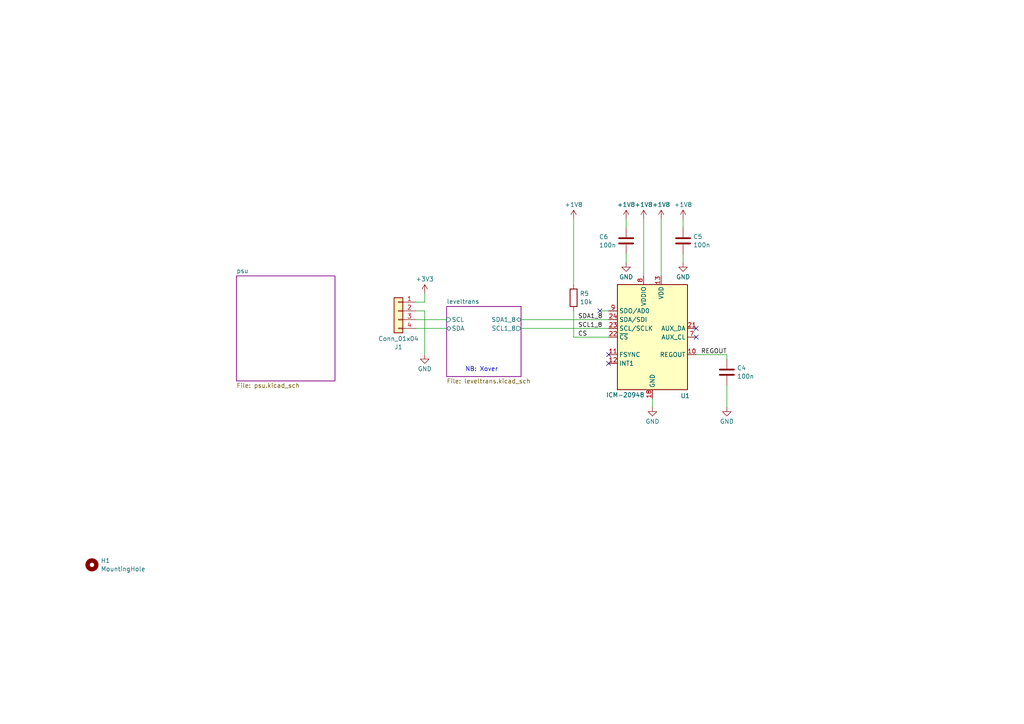
<source format=kicad_sch>
(kicad_sch (version 20231120) (generator "eeschema") (generator_version "7.99")
  (paper "A4")
  (lib_symbols
    (symbol "Connector_Generic:Conn_01x04" (pin_names (offset 1.016) hide)
      (property "Reference" "J" (at 0 5.08 0))
      (property "Value" "Conn_01x04" (at 0 -7.62 0))
      (symbol "Conn_01x04_1_1"
        (rectangle (start -1.27 -4.953) (end 0 -5.207) (stroke (width 0.1524)))
        (rectangle (start -1.27 -2.413) (end 0 -2.667) (stroke (width 0.1524)))
        (rectangle (start -1.27 0.127) (end 0 -0.127) (stroke (width 0.1524)))
        (rectangle (start -1.27 2.667) (end 0 2.413) (stroke (width 0.1524)))
        (rectangle (start -1.27 3.81) (end 1.27 -6.35) (stroke (width 0.254)) (fill (type background)))
        (pin passive line (at -5.08 2.54 0) (length 3.81) (name "Pin_1") (number "1"))
        (pin passive line (at -5.08 0 0) (length 3.81) (name "Pin_2") (number "2"))
        (pin passive line (at -5.08 -2.54 0) (length 3.81) (name "Pin_3") (number "3"))
        (pin passive line (at -5.08 -5.08 0) (length 3.81) (name "Pin_4") (number "4"))
      )
    )
    (symbol "Device:C" (pin_numbers hide) (pin_names (offset 0.254))
      (property "Reference" "C" (at 0.635 2.54 0))
      (property "Value" "C" (at 0.635 -2.54 0))
      (symbol "C_0_1"
        (polyline (pts (xy -2.032 -0.762) (xy 2.032 -0.762)) (stroke (width 0.508)))
        (polyline (pts (xy -2.032 0.762) (xy 2.032 0.762)) (stroke (width 0.508)))
      )
      (symbol "C_1_1"
        (pin passive line (at 0 3.81 270) (length 2.794) (name "~") (number "1"))
        (pin passive line (at 0 -3.81 90) (length 2.794) (name "~") (number "2"))
      )
    )
    (symbol "Device:R" (pin_numbers hide) (pin_names (offset 0))
      (property "Reference" "R" (at 2.032 0 90))
      (property "Value" "R" (at 0 0 90))
      (symbol "R_0_1"
        (rectangle (start -1.016 -2.54) (end 1.016 2.54) (stroke (width 0.254)))
      )
      (symbol "R_1_1"
        (pin passive line (at 0 3.81 270) (length 1.27) (name "~") (number "1"))
        (pin passive line (at 0 -3.81 90) (length 1.27) (name "~") (number "2"))
      )
    )
    (symbol "Mechanical:MountingHole" (pin_names (offset 1.016))
      (property "Reference" "H" (at 0 5.08 0))
      (property "Value" "MountingHole" (at 0 3.175 0))
      (symbol "MountingHole_0_1"
        (circle (center 0 0) (radius 1.27) (stroke (width 1.27)))
      )
    )
    (symbol "Sensor_Motion:ICM-20948"
      (property "Reference" "U" (at -11.43 16.51 0))
      (property "Value" "ICM-20948" (at 7.62 -16.51 0))
      (symbol "ICM-20948_0_1"
        (rectangle (start -10.16 15.24) (end 10.16 -15.24) (stroke (width 0.254)) (fill (type background)))
      )
      (symbol "ICM-20948_1_1"
        (pin no_connect line (at -10.16 12.7 0) (length 2.54) hide (name "NC") (number "1"))
        (pin passive line (at 12.7 -5.08 180) (length 2.54) (name "REGOUT") (number "10"))
        (pin input line (at -12.7 -5.08 0) (length 2.54) (name "FSYNC") (number "11"))
        (pin output line (at -12.7 -7.62 0) (length 2.54) (name "INT1") (number "12"))
        (pin power_in line (at 2.54 17.78 270) (length 2.54) (name "VDD") (number "13"))
        (pin no_connect line (at 10.16 7.62 180) (length 2.54) hide (name "NC") (number "14"))
        (pin no_connect line (at 10.16 5.08 180) (length 2.54) hide (name "NC") (number "15"))
        (pin no_connect line (at 10.16 -7.62 180) (length 2.54) hide (name "NC") (number "16"))
        (pin no_connect line (at 10.16 -10.16 180) (length 2.54) hide (name "NC") (number "17"))
        (pin power_in line (at 0 -17.78 90) (length 2.54) (name "GND") (number "18"))
        (pin no_connect line (at 10.16 -12.7 180) (length 2.54) hide (name "RESV") (number "19"))
        (pin no_connect line (at -10.16 10.16 0) (length 2.54) hide (name "NC") (number "2"))
        (pin passive line (at 0 -17.78 90) (length 2.54) hide (name "GND") (number "20"))
        (pin bidirectional line (at 12.7 2.54 180) (length 2.54) (name "AUX_DA") (number "21"))
        (pin input line (at -12.7 0 0) (length 2.54) (name "~{CS}") (number "22"))
        (pin input line (at -12.7 2.54 0) (length 2.54) (name "SCL/SCLK") (number "23"))
        (pin bidirectional line (at -12.7 5.08 0) (length 2.54) (name "SDA/SDI") (number "24"))
        (pin no_connect line (at -10.16 -2.54 0) (length 2.54) hide (name "NC") (number "3"))
        (pin no_connect line (at -10.16 -10.16 0) (length 2.54) hide (name "NC") (number "4"))
        (pin no_connect line (at -10.16 -12.7 0) (length 2.54) hide (name "NC") (number "5"))
        (pin no_connect line (at 10.16 10.16 180) (length 2.54) hide (name "NC") (number "6"))
        (pin output line (at 12.7 0 180) (length 2.54) (name "AUX_CL") (number "7"))
        (pin power_in line (at -2.54 17.78 270) (length 2.54) (name "VDDIO") (number "8"))
        (pin bidirectional line (at -12.7 7.62 0) (length 2.54) (name "SDO/AD0") (number "9"))
      )
    )
    (symbol "power:+1V8" (power) (pin_names (offset 0))
      (property "Value" "+1V8" (at 0 3.556 0))
      (symbol "+1V8_0_1"
        (polyline (pts (xy -0.762 1.27) (xy 0 2.54)))
        (polyline (pts (xy 0 0) (xy 0 2.54)))
        (polyline (pts (xy 0 2.54) (xy 0.762 1.27)))
      )
      (symbol "+1V8_1_1"
        (pin power_in line (at 0 0 90) (length 0) hide (name "+1V8") (number "1"))
      )
    )
    (symbol "power:+3V3" (power) (pin_names (offset 0))
      (property "Value" "+3V3" (at 0 3.556 0))
      (symbol "+3V3_0_1"
        (polyline (pts (xy -0.762 1.27) (xy 0 2.54)))
        (polyline (pts (xy 0 0) (xy 0 2.54)))
        (polyline (pts (xy 0 2.54) (xy 0.762 1.27)))
      )
      (symbol "+3V3_1_1"
        (pin power_in line (at 0 0 90) (length 0) hide (name "+3V3") (number "1"))
      )
    )
    (symbol "power:GND" (power) (pin_names (offset 0))
      (property "Value" "GND" (at 0 -3.81 0))
      (symbol "GND_0_1"
        (polyline (pts (xy 0 0) (xy 0 -1.27) (xy 1.27 -1.27) (xy 0 -2.54) (xy -1.27 -1.27) (xy 0 -1.27)))
      )
      (symbol "GND_1_1"
        (pin power_in line (at 0 0 270) (length 0) hide (name "GND") (number "1"))
      )
    )
  )
  (no_connect (at 176.53 102.87))
  (no_connect (at 201.93 97.79))
  (no_connect (at 176.53 105.41))
  (no_connect (at 173.99 90.17))
  (no_connect (at 201.93 95.25))
  (wire (pts (xy 189.23 115.57) (xy 189.23 118.11)))
  (wire (pts (xy 210.82 104.14) (xy 210.82 102.87)))
  (wire (pts (xy 123.19 85.09) (xy 123.19 87.63)))
  (wire (pts (xy 198.12 73.66) (xy 198.12 76.2)))
  (wire (pts (xy 210.82 111.76) (xy 210.82 118.11)))
  (wire (pts (xy 151.13 95.25) (xy 176.53 95.25)))
  (wire (pts (xy 120.65 87.63) (xy 123.19 87.63)))
  (wire (pts (xy 123.19 90.17) (xy 123.19 102.87)))
  (wire (pts (xy 191.77 63.5) (xy 191.77 80.01)))
  (wire (pts (xy 173.99 90.17) (xy 176.53 90.17)))
  (wire (pts (xy 166.37 63.5) (xy 166.37 82.55)))
  (wire (pts (xy 210.82 102.87) (xy 201.93 102.87)))
  (wire (pts (xy 120.65 95.25) (xy 129.54 95.25)))
  (wire (pts (xy 181.61 63.5) (xy 181.61 66.04)))
  (wire (pts (xy 166.37 90.17) (xy 166.37 97.79)))
  (wire (pts (xy 186.69 63.5) (xy 186.69 80.01)))
  (wire (pts (xy 120.65 92.71) (xy 129.54 92.71)))
  (wire (pts (xy 166.37 97.79) (xy 176.53 97.79)))
  (wire (pts (xy 120.65 90.17) (xy 123.19 90.17)))
  (wire (pts (xy 198.12 63.5) (xy 198.12 66.04)))
  (wire (pts (xy 151.13 92.71) (xy 176.53 92.71)))
  (wire (pts (xy 181.61 73.66) (xy 181.61 76.2)))
  (text "NB: Xover" (at 139.7 107.188 0) (effects (font (size 1.27 1.27))))
  (label "CS" (at 167.64 97.79 0))
  (label "SDA1_8" (at 167.64 92.71 0))
  (label "REGOUT" (at 210.82 102.87 180))
  (label "SCL1_8" (at 167.64 95.25 0))
  (symbol (lib_id "power:GND") (at 210.82 118.11 0) (unit 1)
    (property "Reference" "#PWR06" (effects (hide yes)))
    (property "Value" "GND" (at 210.82 122.2431 0))
    (property "Description" "Power symbol creates a global label with name \"GND\" , ground" (effects (hide yes)))
  )
  (symbol (lib_id "Device:R") (at 166.37 86.36 0) (unit 1)
    (property "Reference" "R5" (at 168.148 85.1478 0) (effects (justify left)))
    (property "Value" "10k" (at 168.148 87.5721 0) (effects (justify left)))
    (property "Footprint" "Resistor_SMD:R_0402_1005Metric_Pad0.72x0.64mm_HandSolder" (effects (hide yes)))
    (property "Description" "Resistor" (effects (hide yes)))
  )
  (symbol (lib_id "power:+3V3") (at 123.19 85.09 0) (unit 1)
    (property "Reference" "#PWR022" (effects (hide yes)))
    (property "Value" "+3V3" (at 123.19 80.9569 0))
    (property "Description" "Power symbol creates a global label with name \"+3V3\"" (effects (hide yes)))
  )
  (symbol (lib_id "power:+1V8") (at 186.69 63.5 0) (unit 1)
    (property "Reference" "#PWR024" (effects (hide yes)))
    (property "Value" "+1V8" (at 186.69 59.3669 0))
    (property "Description" "Power symbol creates a global label with name \"+1V8\"" (effects (hide yes)))
  )
  (symbol (lib_id "power:+1V8") (at 166.37 63.5 0) (unit 1)
    (property "Reference" "#PWR07" (effects (hide yes)))
    (property "Value" "+1V8" (at 166.37 59.3669 0))
    (property "Description" "Power symbol creates a global label with name \"+1V8\"" (effects (hide yes)))
  )
  (symbol (lib_id "Sensor_Motion:ICM-20948") (at 189.23 97.79 0) (unit 1)
    (property "Reference" "U1" (at 197.358 114.808 0) (effects (justify left)))
    (property "Value" "ICM-20948" (at 175.768 114.554 0) (effects (justify left)))
    (property "Footprint" "local:InvenSense_QFN-24_3x3mm_P0.4mm" (effects (hide yes)))
    (property "Datasheet" "http://www.invensense.com/wp-content/uploads/2016/06/DS-000189-ICM-20948-v1.3.pdf" (effects (hide yes)))
    (property "Description" "InvenSense 9-Axis Motion Sensor, Accelerometer, Gyroscope, Compass, I2C/SPI, QFN-24" (effects (hide yes)))
  )
  (symbol (lib_id "power:GND") (at 189.23 118.11 0) (unit 1)
    (property "Reference" "#PWR05" (effects (hide yes)))
    (property "Value" "GND" (at 189.23 122.2431 0))
    (property "Description" "Power symbol creates a global label with name \"GND\" , ground" (effects (hide yes)))
  )
  (symbol (lib_id "power:GND") (at 123.19 102.87 0) (unit 1)
    (property "Reference" "#PWR015" (effects (hide yes)))
    (property "Value" "GND" (at 123.19 107.0031 0))
    (property "Description" "Power symbol creates a global label with name \"GND\" , ground" (effects (hide yes)))
  )
  (symbol (lib_id "power:GND") (at 198.12 76.2 0) (unit 1)
    (property "Reference" "#PWR02" (effects (hide yes)))
    (property "Value" "GND" (at 198.12 80.3331 0))
    (property "Description" "Power symbol creates a global label with name \"GND\" , ground" (effects (hide yes)))
  )
  (symbol (lib_id "power:GND") (at 181.61 76.2 0) (unit 1)
    (property "Reference" "#PWR023" (effects (hide yes)))
    (property "Value" "GND" (at 181.61 80.3331 0))
    (property "Description" "Power symbol creates a global label with name \"GND\" , ground" (effects (hide yes)))
  )
  (symbol (lib_id "Mechanical:MountingHole") (at 26.67 163.83 0) (unit 1)
    (property "Reference" "H1" (at 29.21 162.6178 0) (effects (justify left)))
    (property "Value" "MountingHole" (at 29.21 165.0421 0) (effects (justify left)))
    (property "Footprint" "local:MountingHole_2.2mm_M2" (effects (hide yes)))
    (property "Description" "Mounting Hole without connection" (effects (hide yes)))
  )
  (symbol (lib_id "Connector_Generic:Conn_01x04") (at 115.57 90.17 0) (mirror y) (unit 1)
    (property "Reference" "J1" (at 115.57 100.6645 0))
    (property "Value" "Conn_01x04" (at 115.57 98.2402 0))
    (property "Footprint" "Connector_PinHeader_2.54mm:PinHeader_1x04_P2.54mm_Vertical" (effects (hide yes)))
    (property "Description" "Generic connector, single row, 01x04, script generated (kicad-library-utils/schlib/autogen/connector/)" (effects (hide yes)))
  )
  (symbol (lib_id "Device:C") (at 210.82 107.95 0) (unit 1)
    (property "Reference" "C4" (at 213.741 106.7378 0) (effects (justify left)))
    (property "Value" "100n" (at 213.741 109.1621 0) (effects (justify left)))
    (property "Footprint" "Capacitor_SMD:C_0402_1005Metric_Pad0.74x0.62mm_HandSolder" (effects (hide yes)))
    (property "Description" "Unpolarized capacitor" (effects (hide yes)))
  )
  (symbol (lib_id "Device:C") (at 198.12 69.85 0) (unit 1)
    (property "Reference" "C5" (at 201.041 68.6378 0) (effects (justify left)))
    (property "Value" "100n" (at 201.041 71.0621 0) (effects (justify left)))
    (property "Footprint" "Capacitor_SMD:C_0402_1005Metric_Pad0.74x0.62mm_HandSolder" (effects (hide yes)))
    (property "Description" "Unpolarized capacitor" (effects (hide yes)))
  )
  (symbol (lib_id "power:+1V8") (at 191.77 63.5 0) (unit 1)
    (property "Reference" "#PWR01" (effects (hide yes)))
    (property "Value" "+1V8" (at 191.77 59.3669 0))
    (property "Description" "Power symbol creates a global label with name \"+1V8\"" (effects (hide yes)))
  )
  (symbol (lib_id "Device:C") (at 181.61 69.85 0) (unit 1)
    (property "Reference" "C6" (at 173.736 68.6957 0) (effects (justify left)))
    (property "Value" "100n" (at 173.736 71.12 0) (effects (justify left)))
    (property "Footprint" "Capacitor_SMD:C_0402_1005Metric_Pad0.74x0.62mm_HandSolder" (effects (hide yes)))
    (property "Description" "Unpolarized capacitor" (effects (hide yes)))
  )
  (symbol (lib_id "power:+1V8") (at 198.12 63.5 0) (unit 1)
    (property "Reference" "#PWR021" (effects (hide yes)))
    (property "Value" "+1V8" (at 198.12 59.3669 0))
    (property "Description" "Power symbol creates a global label with name \"+1V8\"" (effects (hide yes)))
  )
  (symbol (lib_id "power:+1V8") (at 181.61 63.5 0) (unit 1)
    (property "Reference" "#PWR09" (effects (hide yes)))
    (property "Value" "+1V8" (at 181.61 59.3669 0))
    (property "Description" "Power symbol creates a global label with name \"+1V8\"" (effects (hide yes)))
  )
  (sheet (at 129.54 88.9) (size 21.59 20.32) (stroke (width 0.1524) (color 132 0 132 1)) (fill (color 255 255 255 0.0000))
    (property "Sheetname" "leveltrans" (at 129.54 88.1884 0) (effects (justify left bottom)))
    (property "Sheetfile" "leveltrans.kicad_sch" (at 129.54 109.8046 0) (effects (justify left top)))
    (pin "SDA1_8" bidirectional (at 151.13 92.71 0))
    (pin "SCL1_8" output (at 151.13 95.25 0))
    (pin "SDA" bidirectional (at 129.54 95.25 180))
    (pin "SCL" input (at 129.54 92.71 180))
  )
  (sheet (at 68.58 80.01) (size 28.575 30.48) (stroke (width 0.1524) (color 132 0 132 1)) (fill (color 255 255 255 0.0000))
    (property "Sheetname" "psu" (at 68.58 79.2984 0) (effects (justify left bottom)))
    (property "Sheetfile" "psu.kicad_sch" (at 68.58 111.0746 0) (effects (justify left top)))
  )
)
</source>
